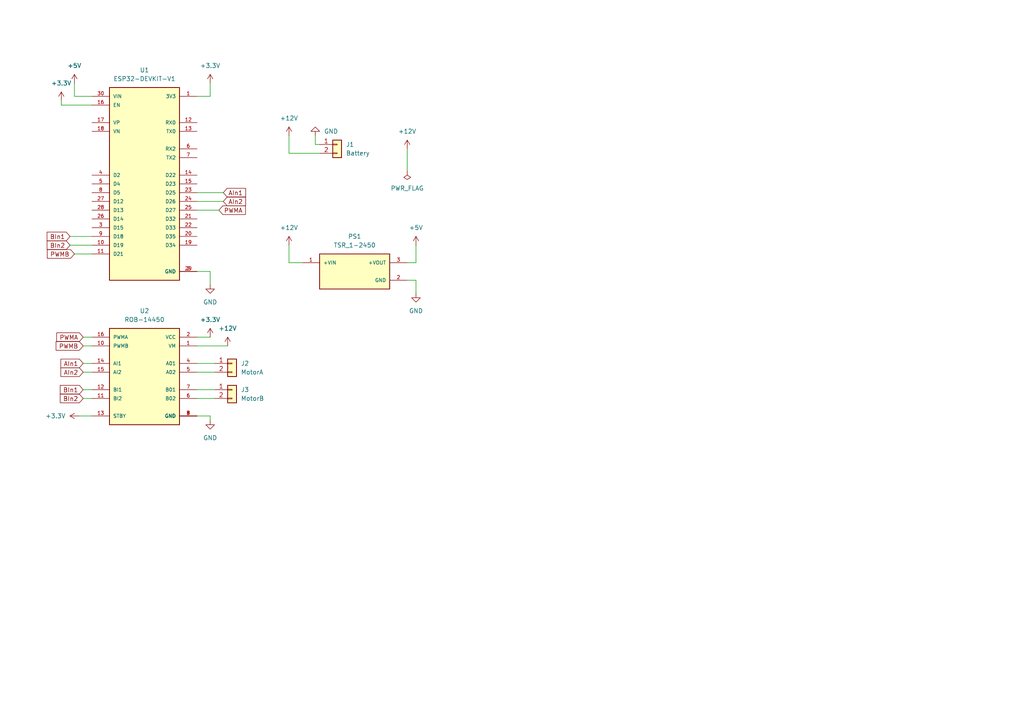
<source format=kicad_sch>
(kicad_sch (version 20231120) (generator "eeschema") (generator_version "8.0")
  (paper "A4")
  (lib_symbols
    (symbol "Connector_Generic:Conn_01x02" (pin_names (offset 1.016) hide)
      (property "Reference" "J" (at 0 2.54 0))
      (property "Value" "Conn_01x02" (at 0 -5.08 0))
      (symbol "Conn_01x02_1_1"
        (rectangle (start -1.27 -2.413) (end 0 -2.667) (stroke (width 0.1524)))
        (rectangle (start -1.27 0.127) (end 0 -0.127) (stroke (width 0.1524)))
        (rectangle (start -1.27 1.27) (end 1.27 -3.81) (stroke (width 0.254)) (fill (type background)))
        (pin passive line (at -5.08 0 0) (length 3.81) (name "Pin_1") (number "1"))
        (pin passive line (at -5.08 -2.54 0) (length 3.81) (name "Pin_2") (number "2"))
      )
    )
    (symbol "ESP32-DEVKIT-V1:ESP32-DEVKIT-V1" (pin_names (offset 1.016))
      (property "Reference" "U" (at -10.16 30.48 0))
      (property "Value" "ESP32-DEVKIT-V1" (at -10.16 -30.48 0))
      (symbol "ESP32-DEVKIT-V1_0_0"
        (rectangle (start -10.16 -27.94) (end 10.16 27.94) (stroke (width 0.254)) (fill (type background)))
        (pin output line (at 15.24 25.4 180) (length 5.08) (name "3V3") (number "1"))
        (pin bidirectional line (at -15.24 -17.78 0) (length 5.08) (name "D19") (number "10"))
        (pin bidirectional line (at -15.24 -20.32 0) (length 5.08) (name "D21") (number "11"))
        (pin input line (at 15.24 17.78 180) (length 5.08) (name "RX0") (number "12"))
        (pin output line (at 15.24 15.24 180) (length 5.08) (name "TX0") (number "13"))
        (pin bidirectional line (at 15.24 2.54 180) (length 5.08) (name "D22") (number "14"))
        (pin bidirectional line (at 15.24 0 180) (length 5.08) (name "D23") (number "15"))
        (pin input line (at -15.24 22.86 0) (length 5.08) (name "EN") (number "16"))
        (pin bidirectional line (at -15.24 17.78 0) (length 5.08) (name "VP") (number "17"))
        (pin bidirectional line (at -15.24 15.24 0) (length 5.08) (name "VN") (number "18"))
        (pin bidirectional line (at 15.24 -17.78 180) (length 5.08) (name "D34") (number "19"))
        (pin power_in line (at 15.24 -25.4 180) (length 5.08) (name "GND") (number "2"))
        (pin bidirectional line (at 15.24 -15.24 180) (length 5.08) (name "D35") (number "20"))
        (pin bidirectional line (at 15.24 -10.16 180) (length 5.08) (name "D32") (number "21"))
        (pin bidirectional line (at 15.24 -12.7 180) (length 5.08) (name "D33") (number "22"))
        (pin bidirectional line (at 15.24 -2.54 180) (length 5.08) (name "D25") (number "23"))
        (pin bidirectional line (at 15.24 -5.08 180) (length 5.08) (name "D26") (number "24"))
        (pin bidirectional line (at 15.24 -7.62 180) (length 5.08) (name "D27") (number "25"))
        (pin bidirectional line (at -15.24 -10.16 0) (length 5.08) (name "D14") (number "26"))
        (pin bidirectional line (at -15.24 -5.08 0) (length 5.08) (name "D12") (number "27"))
        (pin bidirectional line (at -15.24 -7.62 0) (length 5.08) (name "D13") (number "28"))
        (pin power_in line (at 15.24 -25.4 180) (length 5.08) (name "GND") (number "29"))
        (pin bidirectional line (at -15.24 -12.7 0) (length 5.08) (name "D15") (number "3"))
        (pin input line (at -15.24 25.4 0) (length 5.08) (name "VIN") (number "30"))
        (pin bidirectional line (at -15.24 2.54 0) (length 5.08) (name "D2") (number "4"))
        (pin bidirectional line (at -15.24 0 0) (length 5.08) (name "D4") (number "5"))
        (pin input line (at 15.24 10.16 180) (length 5.08) (name "RX2") (number "6"))
        (pin output line (at 15.24 7.62 180) (length 5.08) (name "TX2") (number "7"))
        (pin bidirectional line (at -15.24 -2.54 0) (length 5.08) (name "D5") (number "8"))
        (pin bidirectional line (at -15.24 -15.24 0) (length 5.08) (name "D18") (number "9"))
      )
    )
    (symbol "ROB-14450:ROB-14450" (pin_names (offset 1.016))
      (property "Reference" "U" (at -10.16 16.002 0))
      (property "Value" "ROB-14450" (at -10.16 -15.24 0))
      (symbol "ROB-14450_0_0"
        (rectangle (start -10.16 -12.7) (end 10.16 15.24) (stroke (width 0.254)) (fill (type background)))
        (pin power_in line (at 15.24 10.16 180) (length 5.08) (name "VM") (number "1"))
        (pin input line (at -15.24 10.16 0) (length 5.08) (name "PWMB") (number "10"))
        (pin input line (at -15.24 -5.08 0) (length 5.08) (name "BI2") (number "11"))
        (pin input line (at -15.24 -2.54 0) (length 5.08) (name "BI1") (number "12"))
        (pin input line (at -15.24 -10.16 0) (length 5.08) (name "STBY") (number "13"))
        (pin input line (at -15.24 5.08 0) (length 5.08) (name "AI1") (number "14"))
        (pin input line (at -15.24 2.54 0) (length 5.08) (name "AI2") (number "15"))
        (pin input line (at -15.24 12.7 0) (length 5.08) (name "PWMA") (number "16"))
        (pin power_in line (at 15.24 12.7 180) (length 5.08) (name "VCC") (number "2"))
        (pin power_in line (at 15.24 -10.16 180) (length 5.08) (name "GND") (number "3"))
        (pin output line (at 15.24 5.08 180) (length 5.08) (name "A01") (number "4"))
        (pin output line (at 15.24 2.54 180) (length 5.08) (name "A02") (number "5"))
        (pin output line (at 15.24 -5.08 180) (length 5.08) (name "B02") (number "6"))
        (pin output line (at 15.24 -2.54 180) (length 5.08) (name "B01") (number "7"))
        (pin power_in line (at 15.24 -10.16 180) (length 5.08) (name "GND") (number "8"))
        (pin power_in line (at 15.24 -10.16 180) (length 5.08) (name "GND") (number "9"))
      )
    )
    (symbol "TSR_1-2433:TSR_1-2433" (pin_names (offset 1.016))
      (property "Reference" "PS" (at -10.16 7.62 0))
      (property "Value" "TSR_1-2433" (at -10.16 -7.62 0))
      (symbol "TSR_1-2433_0_0"
        (rectangle (start -10.16 -5.08) (end 10.16 5.08) (stroke (width 0.254)) (fill (type background)))
        (pin input line (at -15.24 2.54 0) (length 5.08) (name "+VIN") (number "1"))
        (pin power_in line (at 15.24 -2.54 180) (length 5.08) (name "GND") (number "2"))
        (pin output line (at 15.24 2.54 180) (length 5.08) (name "+VOUT") (number "3"))
      )
    )
    (symbol "power:+12V" (power) (pin_names (offset 0))
      (property "Value" "+12V" (at 0 3.556 0))
      (symbol "+12V_0_1"
        (polyline (pts (xy -0.762 1.27) (xy 0 2.54)))
        (polyline (pts (xy 0 0) (xy 0 2.54)))
        (polyline (pts (xy 0 2.54) (xy 0.762 1.27)))
      )
      (symbol "+12V_1_1"
        (pin power_in line (at 0 0 90) (length 0) hide (name "+12V") (number "1"))
      )
    )
    (symbol "power:+3.3V" (power) (pin_names (offset 0))
      (property "Value" "+3.3V" (at 0 3.556 0))
      (symbol "+3.3V_0_1"
        (polyline (pts (xy -0.762 1.27) (xy 0 2.54)))
        (polyline (pts (xy 0 0) (xy 0 2.54)))
        (polyline (pts (xy 0 2.54) (xy 0.762 1.27)))
      )
      (symbol "+3.3V_1_1"
        (pin power_in line (at 0 0 90) (length 0) hide (name "+3.3V") (number "1"))
      )
    )
    (symbol "power:GND" (power) (pin_names (offset 0))
      (property "Value" "GND" (at 0 -3.81 0))
      (symbol "GND_0_1"
        (polyline (pts (xy 0 0) (xy 0 -1.27) (xy 1.27 -1.27) (xy 0 -2.54) (xy -1.27 -1.27) (xy 0 -1.27)))
      )
      (symbol "GND_1_1"
        (pin power_in line (at 0 0 270) (length 0) hide (name "GND") (number "1"))
      )
    )
    (symbol "power:PWR_FLAG" (power) (pin_numbers hide) (pin_names (offset 0) hide)
      (property "Value" "PWR_FLAG" (at 0 3.81 0))
      (symbol "PWR_FLAG_0_0"
        (pin power_out line (at 0 0 90) (length 0) (name "~") (number "1"))
      )
      (symbol "PWR_FLAG_0_1"
        (polyline (pts (xy 0 0) (xy 0 1.27) (xy -1.016 1.905) (xy 0 2.54) (xy 1.016 1.905) (xy 0 1.27)))
      )
    )
  )
  (wire (pts (xy 22.86 120.65) (xy 26.67 120.65)))
  (wire (pts (xy 120.65 76.2) (xy 118.11 76.2)))
  (wire (pts (xy 57.15 78.74) (xy 60.96 78.74)))
  (wire (pts (xy 24.13 100.33) (xy 26.67 100.33)))
  (wire (pts (xy 91.44 39.37) (xy 91.44 41.91)))
  (wire (pts (xy 57.15 97.79) (xy 60.96 97.79)))
  (wire (pts (xy 21.59 73.66) (xy 26.67 73.66)))
  (wire (pts (xy 83.82 44.45) (xy 83.82 39.37)))
  (wire (pts (xy 20.32 71.12) (xy 26.67 71.12)))
  (wire (pts (xy 57.15 100.33) (xy 66.04 100.33)))
  (wire (pts (xy 60.96 120.65) (xy 60.96 121.92)))
  (wire (pts (xy 118.11 81.28) (xy 120.65 81.28)))
  (wire (pts (xy 83.82 71.12) (xy 83.82 76.2)))
  (wire (pts (xy 57.15 113.03) (xy 62.23 113.03)))
  (wire (pts (xy 57.15 115.57) (xy 62.23 115.57)))
  (wire (pts (xy 57.15 105.41) (xy 62.23 105.41)))
  (wire (pts (xy 24.13 115.57) (xy 26.67 115.57)))
  (wire (pts (xy 120.65 81.28) (xy 120.65 85.09)))
  (wire (pts (xy 92.71 44.45) (xy 83.82 44.45)))
  (wire (pts (xy 57.15 55.88) (xy 64.77 55.88)))
  (wire (pts (xy 60.96 27.94) (xy 57.15 27.94)))
  (wire (pts (xy 83.82 76.2) (xy 87.63 76.2)))
  (wire (pts (xy 24.13 113.03) (xy 26.67 113.03)))
  (wire (pts (xy 57.15 120.65) (xy 60.96 120.65)))
  (wire (pts (xy 17.78 29.21) (xy 17.78 30.48)))
  (wire (pts (xy 57.15 60.96) (xy 63.5 60.96)))
  (wire (pts (xy 118.11 43.18) (xy 118.11 49.53)))
  (wire (pts (xy 24.13 105.41) (xy 26.67 105.41)))
  (wire (pts (xy 57.15 107.95) (xy 62.23 107.95)))
  (wire (pts (xy 20.32 68.58) (xy 26.67 68.58)))
  (wire (pts (xy 24.13 97.79) (xy 26.67 97.79)))
  (wire (pts (xy 17.78 30.48) (xy 26.67 30.48)))
  (wire (pts (xy 60.96 24.13) (xy 60.96 27.94)))
  (wire (pts (xy 57.15 58.42) (xy 64.77 58.42)))
  (wire (pts (xy 91.44 41.91) (xy 92.71 41.91)))
  (wire (pts (xy 24.13 107.95) (xy 26.67 107.95)))
  (wire (pts (xy 21.59 24.13) (xy 21.59 27.94)))
  (wire (pts (xy 60.96 78.74) (xy 60.96 82.55)))
  (wire (pts (xy 21.59 27.94) (xy 26.67 27.94)))
  (wire (pts (xy 120.65 71.12) (xy 120.65 76.2)))
  (global_label "BIn2" (shape input) (at 20.32 71.12 180) (property "Intersheetrefs" "${INTERSHEET_REFS}" (effects (hide yes))))
  (global_label "AIn2" (shape input) (at 64.77 58.42 0) (property "Intersheetrefs" "${INTERSHEET_REFS}" (effects (hide yes))))
  (global_label "AIn1" (shape input) (at 64.77 55.88 0) (property "Intersheetrefs" "${INTERSHEET_REFS}" (effects (hide yes))))
  (global_label "PWMA" (shape input) (at 24.13 97.79 180) (property "Intersheetrefs" "${INTERSHEET_REFS}" (effects (hide yes))))
  (global_label "PWMA" (shape input) (at 63.5 60.96 0) (property "Intersheetrefs" "${INTERSHEET_REFS}" (effects (hide yes))))
  (global_label "PWMB" (shape input) (at 24.13 100.33 180) (property "Intersheetrefs" "${INTERSHEET_REFS}" (effects (hide yes))))
  (global_label "AIn2" (shape input) (at 24.13 107.95 180) (property "Intersheetrefs" "${INTERSHEET_REFS}" (effects (hide yes))))
  (global_label "BIn2" (shape input) (at 24.13 115.57 180) (property "Intersheetrefs" "${INTERSHEET_REFS}" (effects (hide yes))))
  (global_label "BIn1" (shape input) (at 24.13 113.03 180) (property "Intersheetrefs" "${INTERSHEET_REFS}" (effects (hide yes))))
  (global_label "AIn1" (shape input) (at 24.13 105.41 180) (property "Intersheetrefs" "${INTERSHEET_REFS}" (effects (hide yes))))
  (global_label "PWMB" (shape input) (at 21.59 73.66 180) (property "Intersheetrefs" "${INTERSHEET_REFS}" (effects (hide yes))))
  (global_label "BIn1" (shape input) (at 20.32 68.58 180) (property "Intersheetrefs" "${INTERSHEET_REFS}" (effects (hide yes))))
  (symbol (lib_id "power:+12V") (at 17.78 29.21 0) (unit 1)
    (property "Reference" "#PWR010" (effects (hide yes)))
    (property "Value" "+3.3V" (at 17.78 24.13 0))
  )
  (symbol (lib_id "power:PWR_FLAG") (at 118.11 49.53 180) (unit 1)
    (property "Reference" "#FLG01" (effects (hide yes)))
    (property "Value" "PWR_FLAG" (at 118.11 54.61 0))
    (property "Description" "Special symbol for telling ERC where power comes from" (effects (hide yes)))
  )
  (symbol (lib_id "power:+12V") (at 60.96 24.13 0) (unit 1)
    (property "Reference" "#PWR02" (effects (hide yes)))
    (property "Value" "+3.3V" (at 60.96 19.05 0))
  )
  (symbol (lib_id "power:GND") (at 60.96 82.55 0) (unit 1)
    (property "Reference" "#PWR06" (effects (hide yes)))
    (property "Value" "GND" (at 60.96 87.63 0))
  )
  (symbol (lib_id "ESP32-DEVKIT-V1:ESP32-DEVKIT-V1") (at 41.91 53.34 0) (unit 1)
    (property "Reference" "U1" (at 41.91 20.32 0))
    (property "Value" "ESP32-DEVKIT-V1" (at 41.91 22.86 0))
    (property "Footprint" "Library:MODULE_ESP32_DEVKIT_V1" (effects (hide yes)))
    (property "MF" "Do it" (effects (hide yes)))
    (property "MAXIMUM_PACKAGE_HEIGHT" "6.8 mm" (effects (hide yes)))
    (property "Package" "None" (effects (hide yes)))
    (property "Price" "None" (effects (hide yes)))
    (property "Check_prices" "https://www.snapeda.com/parts/ESP32-DEVKIT-V1/Do+it/view-part/?ref=eda" (effects (hide yes)))
    (property "STANDARD" "Manufacturer Recommendations" (effects (hide yes)))
    (property "PARTREV" "N/A" (effects (hide yes)))
    (property "SnapEDA_Link" "https://www.snapeda.com/parts/ESP32-DEVKIT-V1/Do+it/view-part/?ref=snap" (effects (hide yes)))
    (property "MP" "ESP32-DEVKIT-V1" (effects (hide yes)))
    (property "Description_1" "\n                        \n                            Dual core, Wi-Fi: 2.4 GHz up to 150 Mbits/s,BLE (Bluetooth Low Energy) and legacy Bluetooth, 32 bits, Up to 240 MHz\n                        \n" (effects (hide yes)))
    (property "Availability" "Not in stock" (effects (hide yes)))
    (property "MANUFACTURER" "DOIT" (effects (hide yes)))
  )
  (symbol (lib_id "TSR_1-2433:TSR_1-2433") (at 102.87 78.74 0) (unit 1)
    (property "Reference" "PS1" (at 102.87 68.58 0))
    (property "Value" "TSR_1-2450" (at 102.87 71.12 0))
    (property "Footprint" "TSR_1-2433:CONV_TSR_1-2433" (effects (hide yes)))
    (property "MF" "Traco Power" (effects (hide yes)))
    (property "MAXIMUM_PACKAGE_HEIGHT" "10.6mm" (effects (hide yes)))
    (property "Package" "SIP-3 Traco Power" (effects (hide yes)))
    (property "Price" "None" (effects (hide yes)))
    (property "Check_prices" "https://www.snapeda.com/parts/TSR%201-2433/Traco+Power/view-part/?ref=eda" (effects (hide yes)))
    (property "STANDARD" "Manufacturer Recommendations" (effects (hide yes)))
    (property "PARTREV" "Apr 27, 2020" (effects (hide yes)))
    (property "SnapEDA_Link" "https://www.snapeda.com/parts/TSR%201-2433/Traco+Power/view-part/?ref=snap" (effects (hide yes)))
    (property "MP" "TSR 1-2433" (effects (hide yes)))
    (property "Description_1" "\n                        \n                            1 Amp POL switching regulator, wide input range, pos.-pos. circuit, LM78 compatible, SIP-3\n                        \n" (effects (hide yes)))
    (property "Availability" "In Stock" (effects (hide yes)))
    (property "MANUFACTURER" "Traco Power" (effects (hide yes)))
  )
  (symbol (lib_id "power:+3.3V") (at 21.59 24.13 0) (unit 1)
    (property "Reference" "#PWR05" (effects (hide yes)))
    (property "Value" "+5V" (at 21.59 19.05 0))
  )
  (symbol (lib_id "power:GND") (at 91.44 39.37 180) (unit 1)
    (property "Reference" "#PWR04" (effects (hide yes)))
    (property "Value" "GND" (at 93.98 38.1 0) (effects (justify right)))
  )
  (symbol (lib_id "power:+12V") (at 83.82 71.12 0) (unit 1)
    (property "Reference" "#PWR09" (effects (hide yes)))
    (property "Value" "+12V" (at 83.82 66.04 0))
  )
  (symbol (lib_id "power:+12V") (at 83.82 39.37 0) (unit 1)
    (property "Reference" "#PWR03" (effects (hide yes)))
    (property "Value" "+12V" (at 83.82 34.29 0))
  )
  (symbol (lib_id "Connector_Generic:Conn_01x02") (at 97.79 41.91 0) (unit 1)
    (property "Reference" "J1" (at 100.33 41.91 0) (effects (justify left)))
    (property "Value" "Battery" (at 100.33 44.45 0) (effects (justify left)))
    (property "Footprint" "TerminalBlock:TerminalBlock_Xinya_XY308-2.54-2P_1x02_P2.54mm_Horizontal" (effects (hide yes)))
  )
  (symbol (lib_id "power:GND") (at 60.96 121.92 0) (unit 1)
    (property "Reference" "#PWR013" (effects (hide yes)))
    (property "Value" "GND" (at 60.96 127 0))
  )
  (symbol (lib_id "power:+12V") (at 22.86 120.65 90) (unit 1)
    (property "Reference" "#PWR015" (effects (hide yes)))
    (property "Value" "+3.3V" (at 19.05 120.6499 90) (effects (justify left)))
  )
  (symbol (lib_id "power:GND") (at 120.65 85.09 0) (unit 1)
    (property "Reference" "#PWR07" (effects (hide yes)))
    (property "Value" "GND" (at 120.65 90.17 0))
  )
  (symbol (lib_id "power:+12V") (at 118.11 43.18 0) (unit 1)
    (property "Reference" "#PWR01" (effects (hide yes)))
    (property "Value" "+12V" (at 118.11 38.1 0))
  )
  (symbol (lib_id "power:+3.3V") (at 120.65 71.12 0) (unit 1)
    (property "Reference" "#PWR08" (effects (hide yes)))
    (property "Value" "+5V" (at 120.65 66.04 0))
  )
  (symbol (lib_id "ROB-14450:ROB-14450") (at 41.91 110.49 0) (unit 1)
    (property "Reference" "U2" (at 41.91 90.17 0))
    (property "Value" "ROB-14450" (at 41.91 92.71 0))
    (property "Footprint" "Library:MODULE_ROB-14450" (effects (hide yes)))
    (property "MF" "SparkFun Electronics" (effects (hide yes)))
    (property "Description_1" "\n                        \n                            TB6612FNG - Motor Controller/Driver Power Management Evaluation Board\n                        \n" (effects (hide yes)))
    (property "Package" "None" (effects (hide yes)))
    (property "Price" "None" (effects (hide yes)))
    (property "Check_prices" "https://www.snapeda.com/parts/ROB-14450/SparkFun/view-part/?ref=eda" (effects (hide yes)))
    (property "STANDARD" "Manufacturer Recommendation" (effects (hide yes)))
    (property "PARTREV" "11-13-17" (effects (hide yes)))
    (property "SnapEDA_Link" "https://www.snapeda.com/parts/ROB-14450/SparkFun/view-part/?ref=snap" (effects (hide yes)))
    (property "MP" "ROB-14450" (effects (hide yes)))
    (property "Availability" "In Stock" (effects (hide yes)))
    (property "MANUFACTURER" "Sparkfun Electronics" (effects (hide yes)))
  )
  (symbol (lib_id "Connector_Generic:Conn_01x02") (at 67.31 105.41 0) (unit 1)
    (property "Reference" "J2" (at 69.85 105.4099 0) (effects (justify left)))
    (property "Value" "MotorA" (at 69.85 107.9499 0) (effects (justify left)))
    (property "Footprint" "TerminalBlock:TerminalBlock_Xinya_XY308-2.54-2P_1x02_P2.54mm_Horizontal" (effects (hide yes)))
  )
  (symbol (lib_id "power:+12V") (at 66.04 100.33 0) (unit 1)
    (property "Reference" "#PWR011" (effects (hide yes)))
    (property "Value" "+12V" (at 66.04 95.25 0))
  )
  (symbol (lib_id "power:+12V") (at 60.96 97.79 0) (unit 1)
    (property "Reference" "#PWR012" (effects (hide yes)))
    (property "Value" "+3.3V" (at 60.96 92.71 0))
  )
  (symbol (lib_id "Connector_Generic:Conn_01x02") (at 67.31 113.03 0) (unit 1)
    (property "Reference" "J3" (at 69.85 113.0299 0) (effects (justify left)))
    (property "Value" "MotorB" (at 69.85 115.5699 0) (effects (justify left)))
    (property "Footprint" "TerminalBlock:TerminalBlock_Xinya_XY308-2.54-2P_1x02_P2.54mm_Horizontal" (effects (hide yes)))
  )
)
</source>
